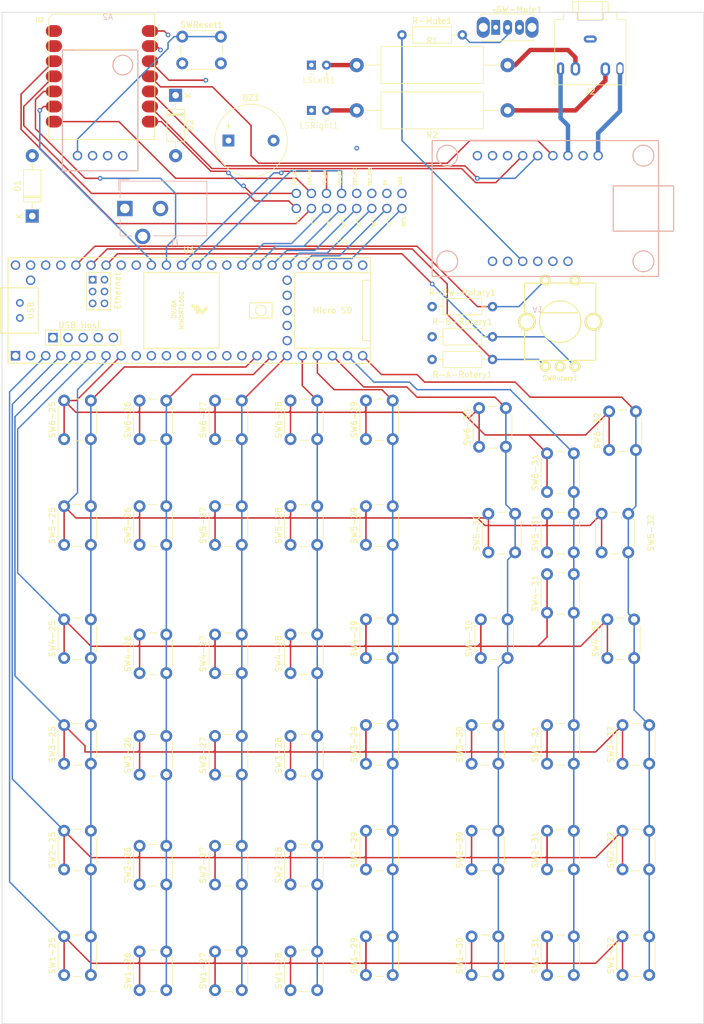
<source format=kicad_pcb>
(kicad_pcb (version 20221018) (generator pcbnew)
  (layers (0 "F.Cu" signal) (1 "In1.Cu" signal) (2 "In2.Cu" signal) (31 "B.Cu" signal) (34 "B.Paste" user) (35 "F.Paste" user) (36 "B.SilkS" user "B.Silkscreen") (37 "F.SilkS" user "F.Silkscreen") (38 "B.Mask" user) (39 "F.Mask" user) (44 "Edge.Cuts" user))
  (net 0 "")
  (net 1 "ESP_3V3")
  (net 3 "GND")
  (net 4 "Net-(A1-WSEL)")
  (net 5 "Net-(A1-DIN)")
  (net 6 "Net-(A1-BCLK)")
  (net 7 "Net-(A1-Lout)")
  (net 8 "Net-(A1-AGND)")
  (net 9 "Net-(A1-Rout)")
  (net 12 "Net-(A1-MUTE)")
  (net 16 "Net-(A2-Vin)")
  (net 17 "5V")
  (net 18 "Net-(A2-En)")
  (net 19 "Net-(BZ1--)")
  (net 20 "Net-(D1-K)")
  (net 21 "Net-(D2-K)")
  (net 22 "Net-(J2-PadTN)")
  (net 23 "Net-(LSLeft1-Pad2)")
  (net 24 "Net-(LSRight1-Pad2)")
  (net 25 "TSY_3V3")
  (net 26 "RotaryA")
  (net 27 "RotaryB")
  (net 28 "Net-(SW-Mute1-B)")
  (net 29 "RotarySW")
  (net 30 "Net-(J2-PadRN)")
  (net 32 "Row1")
  (net 33 "Col25")
  (net 34 "Col26")
  (net 35 "Col27")
  (net 36 "Col28")
  (net 37 "Col29")
  (net 38 "Col30")
  (net 39 "Col31")
  (net 40 "Col32")
  (net 41 "Row2")
  (net 42 "Row3")
  (net 43 "Row4")
  (net 44 "Row5")
  (net 45 "Row6")
  (net 54 "SerialB")
  (net 55 "SerialA")
  (net 64 "TSY_41")
  (net 65 "TSY_40")
  (net 66 "TSY_39")
  (net 67 "TSY_38")
  (net 68 "TSY_37")
  (net 69 "TSY_36")
  (net 70 "ESP_TX")
  (net 71 "ESP_RX")
  (net 75 "Col24")
  (net 91 "ESP_3")
  (net 92 "ESP_4")
  (net 93 "TSY_TX")
  (net 94 "TSY_RX")
  (footprint "Button_Switch_THT:SW_PUSH_6mm_H7.3mm_1" (layer "F.Cu") (at 127.693222 164.781465 90)
    (fp_text reference "SW2-30")
    (fp_text value "SW_Push")
  )
  (footprint "Resistor_THT:R_Axial_DIN0207_L6.3mm_D2.5mm_P10.16mm_Horizontal" (layer "F.Cu") (at 131.213222 75.171465 180)
    (fp_text reference "R-B-Rotary1")
    (fp_text value "2K")
  )
  (footprint "Button_Switch_THT:SW_PUSH_6mm_H7.3mm_1" (layer "F.Cu") (at 140.393222 121.601465 90)
    (fp_text reference "SW4-31")
    (fp_text value "SW_Push")
  )
  (footprint "Button_Switch_THT:SW_PUSH_6mm_H7.3mm_1" (layer "F.Cu") (at 140.393222 147.001465 90)
    (fp_text reference "SW3-31")
    (fp_text value "SW_Push")
  )
  (footprint "Special:Speaker Hole" (layer "F.Cu") (at 103.273222 24.371465)
    (fp_text reference "LSLeft1")
    (fp_text value "8 ohm")
  )
  (footprint "Diode_THT:D_DO-41_SOD81_P10.16mm_Horizontal" (layer "F.Cu") (at 53.743222 54.851465 90)
    (fp_text reference "D1")
    (fp_text value "1N4007")
  )
  (footprint "Button_Switch_THT:SW_PUSH_6mm_H7.3mm_1" (layer "F.Cu") (at 59.113222 110.171465 90)
    (fp_text reference "SW5-25")
    (fp_text value "SW_Push")
  )
  (footprint "Button_Switch_THT:SW_PUSH_6mm_H7.3mm_1" (layer "F.Cu") (at 140.393222 164.781465 90)
    (fp_text reference "SW2-31")
    (fp_text value "SW_Push")
  )
  (footprint "Special:Speaker Hole" (layer "F.Cu") (at 103.273222 31.991465)
    (fp_text reference "LSRight1")
    (fp_text value "8 ohm")
  )
  (footprint "Button_Switch_THT:SW_PUSH_6mm_H7.3mm_1" (layer "F.Cu") (at 84.513222 92.391465 90)
    (fp_text reference "SW6-27")
    (fp_text value "SW_Push")
  )
  (footprint "Buzzer_Beeper:Buzzer_12x9.5RM7.6" (layer "F.Cu") (at 86.773222 42.151465)
    (fp_text reference "BZ1")
    (fp_text value "Buzzer")
  )
  (footprint "Button_Switch_THT:SW_PUSH_6mm_H7.3mm_1" (layer "F.Cu") (at 149.573222 111.441465 90)
    (fp_text reference "SW5-32")
    (fp_text value "SW_Push")
  )
  (footprint "Button_Switch_THT:SW_PUSH_6mm_H7.3mm_1" (layer "F.Cu") (at 84.513222 167.321465 90)
    (fp_text reference "SW2-27")
    (fp_text value "SW_Push")
  )
  (footprint "Button_Switch_THT:SW_PUSH_6mm_H7.3mm_1" (layer "F.Cu") (at 59.113222 164.781465 90)
    (fp_text reference "SW2-25")
    (fp_text value "SW_Push")
  )
  (footprint "Button_Switch_THT:SW_PUSH_6mm_H7.3mm_1" (layer "F.Cu") (at 140.393222 111.441465 90)
    (fp_text reference "SW5-31")
    (fp_text value "SW_Push")
  )
  (footprint "Button_Switch_THT:SW_PUSH_6mm_H7.3mm_1" (layer "F.Cu") (at 97.213222 185.101465 90)
    (fp_text reference "SW1-28")
    (fp_text value "SW_Push")
  )
  (footprint "sparkfun:SF-ROTARY-ENCODER" (layer "F.Cu") (at 142.603222 72.631465)
    (fp_text reference "SWRotary1")
    (fp_text value "RotaryEncoder_Switch" hide)
  )
  (footprint "Special:Custom Output" (layer "F.Cu") (at 105.813222 58.661465 180)
    (fp_text reference "U3")
    (fp_text value "~")
  )
  (footprint "Button_Switch_THT:SW_PUSH_6mm_H7.3mm_1" (layer "F.Cu") (at 109.913222 147.001465 90)
    (fp_text reference "SW3-29")
    (fp_text value "SW_Push")
  )
  (footprint "Button_Switch_THT:SW_PUSH_6mm_H7.3mm_1" (layer "F.Cu") (at 84.513222 185.101465 90)
    (fp_text reference "SW1-27")
    (fp_text value "SW_Push")
  )
  (footprint "Button_Switch_THT:SW_PUSH_6mm_H7.3mm_1" (layer "F.Cu") (at 84.513222 131.761465 90)
    (fp_text reference "SW4-27")
    (fp_text value "SW_Push")
  )
  (footprint "Button_Switch_THT:SW_PUSH_6mm_H7.3mm_1" (layer "F.Cu") (at 71.813222 131.761465 90)
    (fp_text reference "SW4-26")
    (fp_text value "SW_Push")
  )
  (footprint "Button_Switch_THT:SW_PUSH_6mm_H7.3mm_1" (layer "F.Cu") (at 153.093222 182.561465 90)
    (fp_text reference "SW1-32")
    (fp_text value "SW_Push")
  )
  (footprint "Button_Switch_THT:SW_PUSH_6mm_H7.3mm_1" (layer "F.Cu") (at 97.213222 148.831465 90)
    (fp_text reference "SW3-28")
    (fp_text value "SW_Push")
  )
  (footprint "Button_Switch_THT:SW_PUSH_6mm_H7.3mm_1" (layer "F.Cu") (at 109.913222 110.171465 90)
    (fp_text reference "SW5-29")
    (fp_text value "SW_Push")
  )
  (footprint "Button_Switch_THT:SW_PUSH_6mm_H7.3mm_1" (layer "F.Cu") (at 59.113222 92.391465 90)
    (fp_text reference "SW6-25")
    (fp_text value "SW_Push")
  )
  (footprint "Connector_Audio:Jack_3.5mm_CUI_SJ1-3524N_Horizontal" (layer "F.Cu") (at 147.67054 25.073797 180)
    (fp_text reference "J2")
    (fp_text value "AudioJack3_SwitchTR")
    (fp_line (start -2.2 3.5) (end -2.2 4.5) (stroke (width 0.12)) (layer "Edge.Cuts"))
    (fp_line (start -2.2 4.5) (end -6.5 4.5) (stroke (width 0.12)) (layer "Edge.Cuts"))
    (fp_line (start 1.8 3.1) (end -1.8 3.1) (stroke (width 0.12)) (layer "Edge.Cuts"))
    (fp_line (start 2.2 3.5) (end 2.2 4.5) (stroke (width 0.12)) (layer "Edge.Cuts"))
    (fp_line (start 2.2 4.5) (end 6.5 4.5) (stroke (width 0.12)) (layer "Edge.Cuts"))
    (fp_arc (start -2.2 3.5) (mid -2.082842 3.217158) (end -1.8 3.1) (stroke (width 0.12)) (layer "Edge.Cuts"))
    (fp_arc (start 1.8 3.1) (mid 2.082843 3.217157) (end 2.2 3.5) (stroke (width 0.12)) (layer "Edge.Cuts"))
  )
  (footprint "Button_Switch_THT:SW_PUSH_6mm_H7.3mm_1" (layer "F.Cu") (at 109.913222 92.391465 90)
    (fp_text reference "SW6-29")
    (fp_text value "SW_Push")
  )
  (footprint "Button_Switch_THT:SW_PUSH_6mm_H7.3mm_1" (layer "F.Cu") (at 150.843222 94.221465 90)
    (fp_text reference "SW6-32")
    (fp_text value "SW_Push")
  )
  (footprint "Diode_THT:D_DO-41_SOD81_P10.16mm_Horizontal" (layer "F.Cu") (at 77.873222 34.531465 -90)
    (fp_text reference "D2")
    (fp_text value "1N4007")
  )
  (footprint "Button_Switch_THT:SW_PUSH_6mm_H7.3mm_1" (layer "F.Cu") (at 71.813222 167.321465 90)
    (fp_text reference "SW2-26")
    (fp_text value "SW_Push")
  )
  (footprint "XIAO:MOUDLE14P-SMD-2.54-21X17.8MM" (layer "F.Cu") (at 56.557222 41.840715)
    (fp_text reference "U2")
    (fp_text value "MOUDLE-SEEEDUINO-XIAO-ESP32S3")
  )
  (footprint "Button_Switch_THT:SW_PUSH_6mm_H7.3mm_1" (layer "F.Cu") (at 128.963222 93.661465 90)
    (fp_text reference "SW6-30")
    (fp_text value "SW_Push")
  )
  (footprint "Button_Switch_THT:SW_Slide_1P2T_CK_OS102011MS2Q" (layer "F.Cu") (at 131.753222 23.101465)
    (fp_text reference "SW-Mute1")
    (fp_text value "SW_SPDT")
  )
  (footprint "Button_Switch_THT:SW_PUSH_6mm_H7.3mm_1" (layer "F.Cu") (at 129.253222 129.221465 90)
    (fp_text reference "SW4-30")
    (fp_text value "SW_Push")
  )
  (footprint "Button_Switch_THT:SW_PUSH_6mm_H7.3mm_1" (layer "F.Cu") (at 109.913222 129.221465 90)
    (fp_text reference "SW4-29")
    (fp_text value "SW_Push")
  )
  (footprint "Resistor_THT:R_Axial_DIN0617_L17.0mm_D6.0mm_P25.40mm_Horizontal" (layer "F.Cu") (at 108.353222 29.451465)
    (fp_text reference "R1")
    (fp_text value "22 ohm")
  )
  (footprint "Resistor_THT:R_Axial_DIN0207_L6.3mm_D2.5mm_P10.16mm_Horizontal" (layer "F.Cu") (at 121.053222 78.981465)
    (fp_text reference "R-A-Rotary1")
    (fp_text value "2K")
  )
  (footprint "Button_Switch_THT:SW_PUSH_6mm_H7.3mm_1" (layer "F.Cu") (at 97.213222 131.761465 90)
    (fp_text reference "SW4-28")
    (fp_text value "SW_Push")
  )
  (footprint "Button_Switch_THT:SW_PUSH_6mm_H7.3mm_1" (layer "F.Cu") (at 153.093222 164.781465 90)
    (fp_text reference "SW2-32")
    (fp_text value "SW_Push")
  )
  (footprint "Button_Switch_THT:SW_PUSH_6mm_H7.3mm_1" (layer "F.Cu") (at 127.693222 182.561465 90)
    (fp_text reference "SW1-30")
    (fp_text value "SW_Push")
  )
  (footprint "Button_Switch_THT:SW_PUSH_6mm_H7.3mm_1" (layer "F.Cu") (at 59.113222 129.221465 90)
    (fp_text reference "SW4-25")
    (fp_text value "SW_Push")
  )
  (footprint "Button_Switch_THT:SW_PUSH_6mm_H7.3mm_1" (layer "F.Cu") (at 59.113222 182.561465 90)
    (fp_text reference "SW1-25")
    (fp_text value "SW_Push")
  )
  (footprint "Button_Switch_THT:SW_PUSH_6mm_H7.3mm_1" (layer "F.Cu") (at 140.393222 101.281465 90)
    (fp_text reference "SW6-31")
    (fp_text value "SW_Push")
  )
  (footprint "Resistor_THT:R_Axial_DIN0617_L17.0mm_D6.0mm_P25.40mm_Horizontal" (layer "F.Cu") (at 133.753222 37.071465 180)
    (fp_text reference "R2")
    (fp_text value "22 ohm")
  )
  (footprint "Button_Switch_THT:SW_PUSH_6mm_H7.3mm_1" (layer "F.Cu") (at 84.513222 148.831465 90)
    (fp_text reference "SW3-27")
    (fp_text value "SW_Push")
  )
  (footprint "Button_Switch_THT:SW_PUSH_6mm_H7.3mm_1" (layer "F.Cu") (at 153.093222 147.001465 90)
    (fp_text reference "SW3-32")
    (fp_text value "SW_Push")
  )
  (footprint "Button_Switch_THT:SW_PUSH_6mm_H7.3mm_1" (layer "F.Cu") (at 59.113222 147.001465 90)
    (fp_text reference "SW3-25")
    (fp_text value "SW_Push")
  )
  (footprint "Button_Switch_THT:SW_PUSH_6mm_H7.3mm_1" (layer "F.Cu") (at 130.523222 111.441465 90)
    (fp_text reference "SW5-30")
    (fp_text value "SW_Push")
  )
  (footprint "Resistor_THT:R_Axial_DIN0207_L6.3mm_D2.5mm_P10.16mm_Horizontal" (layer "F.Cu") (at 115.973222 24.371465)
    (fp_text reference "R-Mute1")
    (fp_text value "2K")
  )
  (footprint "Button_Switch_THT:SW_PUSH_6mm_H7.3mm_1" (layer "F.Cu") (at 109.913222 182.561465 90)
    (fp_text reference "SW1-29")
    (fp_text value "SW_Push")
  )
  (footprint "Button_Switch_THT:SW_PUSH_6mm_H7.3mm_1" (layer "F.Cu") (at 140.393222 182.561465 90)
    (fp_text reference "SW1-31")
    (fp_text value "SW_Push")
  )
  (footprint "Button_Switch_THT:SW_PUSH_6mm_H7.3mm_1" (layer "F.Cu") (at 71.813222 92.391465 90)
    (fp_text reference "SW6-26")
    (fp_text value "SW_Push")
  )
  (footprint "Button_Switch_THT:SW_PUSH_6mm_H7.3mm_1" (layer "F.Cu") (at 71.813222 148.831465 90)
    (fp_text reference "SW3-26")
    (fp_text value "SW_Push")
  )
  (footprint "Button_Switch_THT:SW_PUSH_6mm_H7.3mm_1" (layer "F.Cu") (at 97.213222 110.171465 90)
    (fp_text reference "SW5-28")
    (fp_text value "SW_Push")
  )
  (footprint "teensy:Teensy41" (layer "F.Cu") (at 80.143222 70.733065)
    (fp_text reference "U1")
    (fp_text value "Teensy4.1")
  )
  (footprint "Button_Switch_THT:SW_PUSH_6mm_H7.3mm_1" (layer "F.Cu") (at 97.213222 92.391465 90)
    (fp_text reference "SW6-28")
    (fp_text value "SW_Push")
  )
  (footprint "Button_Switch_THT:SW_PUSH_6mm_H7.3mm_1" (layer "F.Cu") (at 71.813222 110.171465 90)
    (fp_text reference "SW5-26")
    (fp_text value "SW_Push")
  )
  (footprint "Resistor_THT:R_Axial_DIN0207_L6.3mm_D2.5mm_P10.16mm_Horizontal" (layer "F.Cu") (at 121.053222 70.091465)
    (fp_text reference "R-SW-Rotary1")
    (fp_text value "2K")
  )
  (footprint "Button_Switch_THT:SW_PUSH_6mm_H7.3mm_1" (layer "F.Cu") (at 97.213222 167.321465 90)
    (fp_text reference "SW2-28")
    (fp_text value "SW_Push")
  )
  (footprint "Button_Switch_THT:SW_PUSH_6mm_H7.3mm_1" (layer "F.Cu") (at 109.913222 164.781465 90)
    (fp_text reference "SW2-29")
    (fp_text value "SW_Push")
  )
  (footprint "Button_Switch_THT:SW_PUSH_6mm_H7.3mm_1" (layer "F.Cu") (at 78.993222 24.661465)
    (fp_text reference "SWReset1")
    (fp_text value "SW_Push")
  )
  (footprint "Button_Switch_THT:SW_PUSH_6mm_H7.3mm_1" (layer "F.Cu") (at 84.513222 110.171465 90)
    (fp_text reference "SW5-27")
    (fp_text value "SW_Push")
  )
  (footprint "Button_Switch_THT:SW_PUSH_6mm_H7.3mm_1" (layer "F.Cu") (at 127.693222 147.001465 90)
    (fp_text reference "SW3-30")
    (fp_text value "SW_Push")
  )
  (footprint "Button_Switch_THT:SW_PUSH_6mm_H7.3mm_1" (layer "F.Cu") (at 150.553222 129.221465 90)
    (fp_text reference "SW4-32")
    (fp_text value "SW_Push")
  )
  (footprint "Button_Switch_THT:SW_PUSH_6mm_H7.3mm_1" (layer "F.Cu") (at 71.813222 185.101465 90)
    (fp_text reference "SW1-26")
    (fp_text value "SW_Push")
  )
  (footprint "Special:Adafruit UDA1334A I2S Stereo DAC" (layer "B.Cu") (at 138.833222 70.091465)
    (fp_text reference "A1")
    (fp_text value "~")
  )
  (footprint "Connector_BarrelJack:BarrelJack_CUI_PJ-102AH_Horizontal" (layer "B.Cu") (at 69.333222 53.581465 -90)
    (fp_text reference "J1")
    (fp_text value "Battery_Barrel_Jack")
  )
  (footprint "Special:Adafruit MiniBost" (layer "B.Cu") (at 66.443222 21.831465 180)
    (fp_text reference "A2")
    (fp_text value "~")
  )
  (gr_rect (start 48.663222 20.561465) (end 166.773222 190.741465) (stroke (width 0.1)) (fill none) (layer "Edge.Cuts"))
  (gr_text "ESP_TX" (at 100.733222 49.771465 90) (layer "F.SilkS") (effects (font (size 0.5 0.5) (thickness 0.125)) (justify left bottom)))
  (gr_text "TSY_TX" (at 105.813222 49.771465 90) (layer "F.SilkS") (effects (font (size 0.5 0.5) (thickness 0.125)) (justify left bottom)))
  (gr_text "5V" (at 113.433222 49.771465 90) (layer "F.SilkS") (effects (font (size 0.5 0.5) (thickness 0.125)) (justify left bottom)))
  (gr_text "T_39\n" (at 108.353222 54.851465 270) (layer "F.SilkS") (effects (font (size 0.5 0.5) (thickness 0.125)) (justify left bottom)))
  (gr_text "T_36" (at 115.973222 54.851465 270) (layer "F.SilkS") (effects (font (size 0.5 0.5) (thickness 0.125)) (justify left bottom)))
  (gr_text "GND" (at 115.973222 49.771465 90) (layer "F.SilkS") (effects (font (size 0.5 0.5) (thickness 0.125)) (justify left bottom)))
  (gr_text "T_40" (at 105.813222 54.851465 -90) (layer "F.SilkS") (effects (font (size 0.5 0.5) (thickness 0.125)) (justify left bottom)))
  (gr_text "E_3" (at 100.733222 54.851465 -90) (layer "F.SilkS") (effects (font (size 0.5 0.5) (thickness 0.125)) (justify left bottom)))
  (gr_text "T_37" (at 113.433222 54.851465 270) (layer "F.SilkS") (effects (font (size 0.5 0.5) (thickness 0.125)) (justify left bottom)))
  (gr_text "T_41" (at 103.273222 54.851465 270) (layer "F.SilkS") (effects (font (size 0.5 0.5) (thickness 0.125)) (justify left bottom)))
  (gr_text "ESP_3V3" (at 108.353222 49.771465 90) (layer "F.SilkS") (effects (font (size 0.5 0.5) (thickness 0.125)) (justify left bottom)))
  (gr_text "T_38\n" (at 110.893222 54.851465 270) (layer "F.SilkS") (effects (font (size 0.5 0.5) (thickness 0.125)) (justify left bottom)))
  (gr_text "TSY_RX" (at 103.273222 49.771465 90) (layer "F.SilkS") (effects (font (size 0.5 0.5) (thickness 0.125)) (justify left bottom)))
  (gr_text "E_4" (at 98.193222 54.851465 -90) (layer "F.SilkS") (effects (font (size 0.5 0.5) (thickness 0.125)) (justify left bottom)))
  (gr_text "TSY_3V3" (at 110.893222 49.771465 90) (layer "F.SilkS") (effects (font (size 0.5 0.5) (thickness 0.125)) (justify left bottom)))
  (gr_text "ESP_RX" (at 98.193222 49.771465 90) (layer "F.SilkS") (effects (font (size 0.5 0.5) (thickness 0.125)) (justify left bottom)))
  (segment (start 76.747972 31.991465) (end 73.557222 28.800715) (width 0.25) (layer "F.Cu") (net 1))
  (segment (start 82.953222 31.991465) (end 76.747972 31.991465) (width 0.25) (layer "F.Cu") (net 1))
  (via (at 82.953222 31.991465) (size 0.8) (drill 0.4) (layers "F.Cu" "B.Cu") (net 1))
  (via (at 108.353222 43.421465) (size 0.8) (drill 0.4) (layers "F.Cu" "B.Cu") (net 1))
  (segment (start 74.682472 26.260715) (end 75.333222 26.911465) (width 0.25) (layer "F.Cu") (net 3))
  (segment (start 73.557222 26.260715) (end 74.682472 26.260715) (width 0.25) (layer "F.Cu") (net 3))
  (via (at 75.333222 26.911465) (size 0.8) (drill 0.4) (layers "F.Cu" "B.Cu") (net 3))
  (segment (start 128.372917 49.226465) (end 131.758222 49.226465) (width 0.25) (layer "F.Cu") (net 4))
  (segment (start 73.557222 36.420715) (end 83.997972 46.861465) (width 0.25) (layer "F.Cu") (net 4))
  (segment (start 83.997972 46.861465) (end 126.007917 46.861465) (width 0.25) (layer "F.Cu") (net 4))
  (segment (start 126.007917 46.861465) (end 128.372917 49.226465) (width 0.25) (layer "F.Cu") (net 4))
  (segment (start 131.758222 49.226465) (end 136.293222 44.691465) (width 0.25) (layer "F.Cu") (net 4))
  (segment (start 86.087972 46.411465) (end 126.583222 46.411465) (width 0.25) (layer "F.Cu") (net 5))
  (segment (start 126.583222 46.411465) (end 128.673222 48.501465) (width 0.25) (layer "F.Cu") (net 5))
  (segment (start 73.557222 33.880715) (end 86.087972 46.411465) (width 0.25) (layer "F.Cu") (net 5))
  (via (at 128.673222 48.501465) (size 0.8) (drill 0.4) (layers "F.Cu" "B.Cu") (net 5))
  (segment (start 128.673222 48.501465) (end 135.023222 48.501465) (width 0.25) (layer "B.Cu") (net 5))
  (segment (start 135.023222 48.501465) (end 138.833222 44.691465) (width 0.25) (layer "B.Cu") (net 5))
  (segment (start 123.593222 45.961465) (end 127.403222 42.151465) (width 0.25) (layer "F.Cu") (net 6))
  (segment (start 138.833222 42.151465) (end 141.373222 44.691465) (width 0.25) (layer "F.Cu") (net 6))
  (segment (start 75.322972 33.106465) (end 84.068222 33.106465) (width 0.25) (layer "F.Cu") (net 6))
  (segment (start 90.573222 44.691465) (end 91.843222 45.961465) (width 0.25) (layer "F.Cu") (net 6))
  (segment (start 73.557222 31.340715) (end 75.322972 33.106465) (width 0.25) (layer "F.Cu") (net 6))
  (segment (start 84.068222 33.106465) (end 90.573222 39.611465) (width 0.25) (layer "F.Cu") (net 6))
  (segment (start 91.843222 45.961465) (end 123.593222 45.961465) (width 0.25) (layer "F.Cu") (net 6))
  (segment (start 127.403222 42.151465) (end 138.833222 42.151465) (width 0.25) (layer "F.Cu") (net 6))
  (segment (start 90.573222 39.611465) (end 90.573222 44.691465) (width 0.25) (layer "F.Cu") (net 6))
  (segment (start 142.643222 38.341465) (end 142.67054 38.314147) (width 0.25) (layer "B.Cu") (net 7))
  (segment (start 143.913222 44.691465) (end 143.913222 39.611465) (width 0.75) (layer "B.Cu") (net 7))
  (segment (start 143.913222 39.611465) (end 142.643222 38.341465) (width 0.75) (layer "B.Cu") (net 7))
  (segment (start 142.67054 38.314147) (end 142.67054 30.073797) (width 0.75) (layer "B.Cu") (net 7))
  (segment (start 152.67054 37.204147) (end 152.67054 30.073797) (width 0.75) (layer "B.Cu") (net 9))
  (segment (start 148.993222 40.881465) (end 152.67054 37.204147) (width 0.75) (layer "B.Cu") (net 9))
  (segment (start 148.993222 44.691465) (end 148.993222 40.881465) (width 0.75) (layer "B.Cu") (net 9))
  (segment (start 115.973222 24.371465) (end 115.973222 42.151465) (width 0.25) (layer "B.Cu") (net 12))
  (segment (start 115.973222 42.151465) (end 136.293222 62.471465) (width 0.25) (layer "B.Cu") (net 12))
  (segment (start 78.993222 24.661465) (end 85.493222 24.661465) (width 0.25) (layer "B.Cu") (net 18))
  (segment (start 77.618222 24.661465) (end 76.603222 25.676465) (width 0.25) (layer "B.Cu") (net 18))
  (segment (start 78.993222 24.661465) (end 77.618222 24.661465) (width 0.25) (layer "B.Cu") (net 18))
  (segment (start 61.363222 41.90677) (end 61.363222 44.691465) (width 0.25) (layer "B.Cu") (net 18))
  (segment (start 76.603222 26.66677) (end 61.363222 41.90677) (width 0.25) (layer "B.Cu") (net 18))
  (segment (start 76.603222 25.676465) (end 76.603222 26.66677) (width 0.25) (layer "B.Cu") (net 18))
  (segment (start 76.603222 24.371465) (end 75.952472 23.720715) (width 0.25) (layer "F.Cu") (net 21))
  (segment (start 75.952472 23.720715) (end 73.557222 23.720715) (width 0.25) (layer "F.Cu") (net 21))
  (via (at 76.603222 24.371465) (size 0.8) (drill 0.4) (layers "F.Cu" "B.Cu") (net 21))
  (segment (start 145.17054 28.168783) (end 143.913222 26.911465) (width 0.75) (layer "F.Cu") (net 22))
  (segment (start 145.17054 30.073797) (end 145.17054 28.168783) (width 0.75) (layer "F.Cu") (net 22))
  (segment (start 135.023222 29.451465) (end 133.753222 29.451465) (width 0.75) (layer "F.Cu") (net 22))
  (segment (start 137.563222 26.911465) (end 135.023222 29.451465) (width 0.75) (layer "F.Cu") (net 22))
  (segment (start 143.913222 26.911465) (end 137.563222 26.911465) (width 0.75) (layer "F.Cu") (net 22))
  (segment (start 108.353222 29.451465) (end 103.273222 29.451465) (width 0.75) (layer "F.Cu") (net 23))
  (segment (start 108.353222 37.071465) (end 103.273222 37.071465) (width 0.75) (layer "F.Cu") (net 24))
  (segment (start 123.593222 66.281465) (end 123.593222 71.361465) (width 0.25) (layer "F.Cu") (net 26))
  (segment (start 66.364822 60.381465) (end 117.693222 60.381465) (width 0.25) (layer "F.Cu") (net 26))
  (segment (start 123.593222 71.361465) (end 131.213222 78.981465) (width 0.25) (layer "F.Cu") (net 26))
  (segment (start 63.633222 63.113065) (end 66.364822 60.381465) (width 0.25) (layer "F.Cu") (net 26))
  (segment (start 117.693222 60.381465) (end 123.593222 66.281465) (width 0.25) (layer "F.Cu") (net 26))
  (segment (start 131.213222 78.981465) (end 138.953222 78.981465) (width 0.25) (layer "B.Cu") (net 26))
  (segment (start 138.953222 78.981465) (end 140.103222 80.131465) (width 0.25) (layer "B.Cu") (net 26))
  (segment (start 115.973222 61.201465) (end 121.053222 66.281465) (width 0.25) (layer "F.Cu") (net 27))
  (segment (start 70.253222 61.201465) (end 115.973222 61.201465) (width 0.25) (layer "F.Cu") (net 27))
  (segment (start 66.173222 63.113065) (end 68.084822 61.201465) (width 0.25) (layer "F.Cu") (net 27))
  (segment (start 68.084822 61.201465) (end 70.253222 61.201465) (width 0.25) (layer "F.Cu") (net 27))
  (via (at 121.053222 66.281465) (size 0.8) (drill 0.4) (layers "F.Cu" "B.Cu") (net 27))
  (segment (start 145.103222 80.131465) (end 140.143222 75.171465) (width 0.25) (layer "B.Cu") (net 27))
  (segment (start 129.943222 75.171465) (end 131.213222 75.171465) (width 0.25) (layer "B.Cu") (net 27))
  (segment (start 121.053222 66.281465) (end 129.943222 75.171465) (width 0.25) (layer "B.Cu") (net 27))
  (segment (start 140.143222 75.171465) (end 131.213222 75.171465) (width 0.25) (layer "B.Cu") (net 27))
  (segment (start 132.459413 25.641465) (end 127.403222 25.641465) (width 0.25) (layer "B.Cu") (net 28))
  (segment (start 133.753222 23.101465) (end 133.753222 24.347656) (width 0.25) (layer "B.Cu") (net 28))
  (segment (start 127.403222 25.641465) (end 126.133222 24.371465) (width 0.25) (layer "B.Cu") (net 28))
  (segment (start 133.753222 24.347656) (end 132.459413 25.641465) (width 0.25) (layer "B.Cu") (net 28))
  (segment (start 128.673222 70.091465) (end 131.213222 70.091465) (width 0.25) (layer "F.Cu") (net 29))
  (segment (start 61.093222 63.113065) (end 64.274822 59.931465) (width 0.25) (layer "F.Cu") (net 29))
  (segment (start 64.274822 59.931465) (end 118.513222 59.931465) (width 0.25) (layer "F.Cu") (net 29))
  (segment (start 118.513222 59.931465) (end 128.673222 70.091465) (width 0.25) (layer "F.Cu") (net 29))
  (segment (start 135.643222 70.091465) (end 140.103222 65.631465) (width 0.25) (layer "B.Cu") (net 29))
  (segment (start 131.213222 70.091465) (end 135.643222 70.091465) (width 0.25) (layer "B.Cu") (net 29))
  (segment (start 150.21054 32.044147) (end 145.183222 37.071465) (width 0.75) (layer "F.Cu") (net 30))
  (segment (start 145.183222 37.071465) (end 133.753222 37.071465) (width 0.75) (layer "F.Cu") (net 30))
  (segment (start 150.21054 30.153797) (end 150.21054 32.044147) (width 0.75) (layer "F.Cu") (net 30))
  (segment (start 140.393222 180.291465) (end 140.103222 180.581465) (width 0.25) (layer "F.Cu") (net 32))
  (segment (start 140.393222 176.061465) (end 140.393222 182.561465) (width 0.25) (layer "F.Cu") (net 32))
  (segment (start 96.923222 180.581465) (end 109.623222 180.581465) (width 0.25) (layer "F.Cu") (net 32))
  (segment (start 140.103222 180.581465) (end 148.573222 180.581465) (width 0.25) (layer "F.Cu") (net 32))
  (segment (start 84.513222 178.601465) (end 84.513222 180.291465) (width 0.25) (layer "F.Cu") (net 32))
  (segment (start 97.213222 178.601465) (end 97.213222 185.101465) (width 0.25) (layer "F.Cu") (net 32))
  (segment (start 109.913222 176.061465) (end 109.913222 182.561465) (width 0.25) (layer "F.Cu") (net 32))
  (segment (start 127.693222 176.061465) (end 127.693222 180.291465) (width 0.25) (layer "F.Cu") (net 32))
  (segment (start 127.403222 180.581465) (end 140.103222 180.581465) (width 0.25) (layer "F.Cu") (net 32))
  (segment (start 153.093222 176.061465) (end 153.093222 182.561465) (width 0.25) (layer "F.Cu") (net 32))
  (segment (start 71.813222 180.291465) (end 71.523222 180.581465) (width 0.25) (layer "F.Cu") (net 32))
  (segment (start 84.223222 180.581465) (end 96.923222 180.581465) (width 0.25) (layer "F.Cu") (net 32))
  (segment (start 71.813222 178.601465) (end 71.813222 180.291465) (width 0.25) (layer "F.Cu") (net 32))
  (segment (start 59.113222 176.061465) (end 63.633222 180.581465) (width 0.25) (layer "F.Cu") (net 32))
  (segment (start 97.213222 178.601465) (end 97.213222 180.291465) (width 0.25) (layer "F.Cu") (net 32))
  (segment (start 140.393222 176.061465) (end 140.393222 180.291465) (width 0.25) (layer "F.Cu") (net 32))
  (segment (start 84.513222 178.601465) (end 84.513222 185.101465) (width 0.25) (layer "F.Cu") (net 32))
  (segment (start 63.633222 180.581465) (end 71.523222 180.581465) (width 0.25) (layer "F.Cu") (net 32))
  (segment (start 127.693222 180.291465) (end 127.403222 180.581465) (width 0.25) (layer "F.Cu") (net 32))
  (segment (start 71.813222 178.601465) (end 71.813222 185.101465) (width 0.25) (layer "F.Cu") (net 32))
  (segment (start 109.913222 180.291465) (end 109.623222 180.581465) (width 0.25) (layer "F.Cu") (net 32))
  (segment (start 97.213222 180.291465) (end 96.923222 180.581465) (width 0.25) (layer "F.Cu") (net 32))
  (segment (start 109.623222 180.581465) (end 127.403222 180.581465) (width 0.25) (layer "F.Cu") (net 32))
  (segment (start 71.523222 180.581465) (end 84.223222 180.581465) (width 0.25) (layer "F.Cu") (net 32))
  (segment (start 109.913222 176.061465) (end 109.913222 180.291465) (width 0.25) (layer "F.Cu") (net 32))
  (segment (start 84.513222 180.291465) (end 84.223222 180.581465) (width 0.25) (layer "F.Cu") (net 32))
  (segment (start 148.573222 180.581465) (end 153.093222 176.061465) (width 0.25) (layer "F.Cu") (net 32))
  (segment (start 127.693222 176.061465) (end 127.693222 182.561465) (width 0.25) (layer "F.Cu") (net 32))
  (segment (start 59.113222 176.061465) (end 59.113222 182.561465) (width 0.25) (layer "F.Cu") (net 32))
  (segment (start 49.933222 166.881465) (end 49.933222 84.433065) (width 0.25) (layer "B.Cu") (net 32))
  (segment (start 59.113222 176.061465) (end 49.933222 166.881465) (width 0.25) (layer "B.Cu") (net 32))
  (segment (start 49.933222 84.433065) (end 56.013222 78.353065) (width 0.25) (layer "B.Cu") (net 32))
  (segment (start 69.253222 80.251465) (end 63.613222 85.891465) (width 0.25) (layer "F.Cu") (net 33))
  (segment (start 91.573222 78.353065) (end 89.674822 80.251465) (width 0.25) (layer "F.Cu") (net 33))
  (segment (start 89.674822 80.251465) (end 69.253222 80.251465) (width 0.25) (layer "F.Cu") (net 33))
  (segment (start 63.613222 164.781465) (end 63.613222 176.061465) (width 0.25) (layer "B.Cu") (net 33))
  (segment (start 63.613222 103.671465) (end 63.613222 110.171465) (width 0.25) (layer "B.Cu") (net 33))
  (segment (start 63.613222 129.221465) (end 63.613222 140.501465) (width 0.25) (layer "B.Cu") (net 33))
  (segment (start 63.613222 176.061465) (end 63.613222 182.561465) (width 0.25) (layer "B.Cu") (net 33))
  (segment (start 63.613222 158.281465) (end 63.613222 164.781465) (width 0.25) (layer "B.Cu") (net 33))
  (segment (start 63.613222 147.001465) (end 63.613222 158.281465) (width 0.25) (layer "B.Cu") (net 33))
  (segment (start 63.613222 122.721465) (end 63.613222 110.171465) (width 0.25) (layer "B.Cu") (net 33))
  (segment (start 63.613222 140.501465) (end 63.613222 147.001465) (width 0.25) (layer "B.Cu") (net 33))
  (segment (start 63.613222 92.391465) (end 63.613222 103.671465) (width 0.25) (layer "B.Cu") (net 33))
  (segment (start 63.613222 92.391465) (end 63.613222 85.891465) (width 0.25) (layer "B.Cu") (net 33))
  (segment (start 63.613222 122.721465) (end 63.613222 129.221465) (width 0.25) (layer "B.Cu") (net 33))
  (segment (start 80.683222 81.521465) (end 76.313222 85.891465) (width 0.25) (layer "F.Cu") (net 34))
  (segment (start 94.113222 78.353065) (end 90.944822 81.521465) (width 0.25) (layer "F.Cu") (net 34))
  (segment (start 90.944822 81.521465) (end 80.683222 81.521465) (width 0.25) (layer "F.Cu") (net 34))
  (segment (start 76.313222 160.821465) (end 76.313222 167.321465) (width 0.25) (layer "B.Cu") (net 34))
  (segment (start 76.313222 110.171465) (end 76.313222 125.261465) (width 0.25) (layer "B.Cu") (net 34))
  (segment (start 76.313222 85.891465) (end 76.313222 92.391465) (width 0.25) (layer "B.Cu") (net 34))
  (segment (start 76.313222 167.321465) (end 76.313222 178.601465) (width 0.25) (layer "B.Cu") (net 34))
  (segment (start 76.313222 148.831465) (end 76.313222 160.821465) (width 0.25) (layer "B.Cu") (net 34))
  (segment (start 76.313222 131.761465) (end 76.313222 142.331465) (width 0.25) (layer "B.Cu") (net 34))
  (segment (start 76.313222 92.391465) (end 76.313222 103.671465) (width 0.25) (layer "B.Cu") (net 34))
  (segment (start 76.313222 103.671465) (end 76.313222 110.171465) (width 0.25) (layer "B.Cu") (net 34))
  (segment (start 76.313222 142.331465) (end 76.313222 148.831465) (width 0.25) (layer "B.Cu") (net 34))
  (segment (start 76.313222 178.601465) (end 76.313222 185.101465) (width 0.25) (layer "B.Cu") (net 34))
  (segment (start 76.313222 125.261465) (end 76.313222 131.761465) (width 0.25) (layer "B.Cu") (net 34))
  (segment (start 89.114822 85.891465) (end 89.013222 85.891465) (width 0.25) (layer "F.Cu") (net 35))
  (segment (start 96.653222 78.353065) (end 89.114822 85.891465) (width 0.25) (layer "F.Cu") (net 35))
  (segment (start 89.013222 185.101465) (end 89.013222 178.601465) (width 0.25) (layer "B.Cu") (net 35))
  (segment (start 89.013222 103.671465) (end 89.013222 92.391465) (width 0.25) (layer "B.Cu") (net 35))
  (segment (start 89.013222 148.831465) (end 89.013222 142.331465) (width 0.25) (layer "B.Cu") (net 35))
  (segment (start 89.013222 92.391465) (end 89.013222 85.891465) (width 0.25) (layer "B.Cu") (net 35))
  (segment (start 89.013222 160.821465) (end 89.013222 148.831465) (width 0.25) (layer "B.Cu") (net 35))
  (segment (start 89.013222 178.601465) (end 89.013222 167.321465) (width 0.25) (layer "B.Cu") (net 35))
  (segment (start 89.013222 142.331465) (end 89.013222 131.761465) (width 0.25) (layer "B.Cu") (net 35))
  (segment (start 89.013222 125.261465) (end 89.013222 110.171465) (width 0.25) (layer "B.Cu") (net 35))
  (segment (start 89.013222 167.321465) (end 89.013222 160.821465) (width 0.25) (layer "B.Cu") (net 35))
  (segment (start 89.013222 131.761465) (end 89.013222 125.261465) (width 0.25) (layer "B.Cu") (net 35))
  (segment (start 89.013222 110.171465) (end 89.013222 103.671465) (width 0.25) (layer "B.Cu") (net 35))
  (segment (start 99.193222 83.371465) (end 101.713222 85.891465) (width 0.25) (layer "F.Cu") (net 36))
  (segment (start 99.193222 78.353065) (end 99.193222 83.371465) (width 0.25) (layer "F.Cu") (net 36))
  (segment (start 101.713222 103.671465) (end 101.713222 110.171465) (width 0.25) (layer "B.Cu") (net 36))
  (segment (start 101.713222 160.821465) (end 101.713222 167.321465) (width 0.25) (layer "B.Cu") (net 36))
  (segment (start 101.713222 92.391465) (end 101.713222 103.671465) (width 0.25) (layer "B.Cu") (net 36))
  (segment (start 101.713222 110.171465) (end 101.713222 125.261465) (width 0.25) (layer "B.Cu") (net 36))
  (segment (start 101.713222 131.761465) (end 101.713222 142.331465) (width 0.25) (layer "B.Cu") (net 36))
  (segment (start 101.713222 85.891465) (end 101.713222 92.391465) (width 0.25) (layer "B.Cu") (net 36))
  (segment (start 101.713222 125.261465) (end 101.713222 131.761465) (width 0.25) (layer "B.Cu") (net 36))
  (segment (start 101.713222 167.321465) (end 101.713222 178.601465) (width 0.25) (layer "B.Cu") (net 36))
  (segment (start 101.713222 148.831465) (end 101.713222 160.821465) (width 0.25) (layer "B.Cu") (net 36))
  (segment (start 101.713222 142.331465) (end 101.713222 148.831465) (width 0.25) (layer "B.Cu") (net 36))
  (segment (start 101.713222 178.601465) (end 101.713222 185.101465) (width 0.25) (layer "B.Cu") (net 36))
  (segment (start 112.583222 84.061465) (end 114.413222 85.891465) (width 0.25) (layer "F.Cu") (net 37))
  (segment (start 101.733222 78.353065) (end 101.733222 81.251465) (width 0.25) (layer "F.Cu") (net 37))
  (segment (start 101.733222 81.251465) (end 104.543222 84.061465) (width 0.25) (layer "F.Cu") (net 37))
  (segment (start 104.543222 84.061465) (end 112.583222 84.061465) (width 0.25) (layer "F.Cu") (net 37))
  (segment (start 114.413222 182.561465) (end 114.413222 176.061465) (width 0.25) (layer "B.Cu") (net 37))
  (segment (start 114.413222 103.671465) (end 114.413222 92.391465) (width 0.25) (layer "B.Cu") (net 37))
  (segment (start 114.413222 164.781465) (end 114.413222 158.281465) (width 0.25) (layer "B.Cu") (net 37))
  (segment (start 114.413222 129.221465) (end 114.413222 122.721465) (width 0.25) (layer "B.Cu") (net 37))
  (segment (start 114.413222 147.001465) (end 114.413222 140.501465) (width 0.25) (layer "B.Cu") (net 37))
  (segment (start 114.413222 92.391465) (end 114.413222 85.891465) (width 0.25) (layer "B.Cu") (net 37))
  (segment (start 114.413222 110.171465) (end 114.413222 103.671465) (width 0.25) (layer "B.Cu") (net 37))
  (segment (start 114.413222 122.721465) (end 114.413222 110.171465) (width 0.25) (layer "B.Cu") (net 37))
  (segment (start 114.413222 176.061465) (end 114.413222 164.781465) (width 0.25) (layer "B.Cu") (net 37))
  (segment (start 114.413222 140.501465) (end 114.413222 129.221465) (width 0.25) (layer "B.Cu") (net 37))
  (segment (start 114.413222 158.281465) (end 114.413222 147.001465) (width 0.25) (layer "B.Cu") (net 37))
  (segment (start 118.513222 85.331465) (end 131.633222 85.331465) (width 0.25) (layer "F.Cu") (net 38))
  (segment (start 104.273222 78.353065) (end 109.531622 83.611465) (width 0.25) (layer "F.Cu") (net 38))
  (segment (start 116.793222 83.611465) (end 118.513222 85.331465) (width 0.25) (layer "F.Cu") (net 38))
  (segment (start 109.531622 83.611465) (end 116.793222 83.611465) (width 0.25) (layer "F.Cu") (net 38))
  (segment (start 131.633222 85.331465) (end 133.463222 87.161465) (width 0.25) (layer "F.Cu") (net 38))
  (segment (start 133.463222 93.661465) (end 133.463222 103.381465) (width 0.25) (layer "B.Cu") (net 38))
  (segment (start 132.193222 140.501465) (end 132.193222 147.001465) (width 0.25) (layer "B.Cu") (net 38))
  (segment (start 132.193222 176.061465) (end 132.193222 182.561465) (width 0.25) (layer "B.Cu") (net 38))
  (segment (start 133.753222 129.221465) (end 132.193222 130.781465) (width 0.25) (layer "B.Cu") (net 38))
  (segment (start 133.463222 103.381465) (end 135.023222 104.941465) (width 0.25) (layer "B.Cu") (net 38))
  (segment (start 133.753222 122.721465) (end 133.753222 129.221465) (width 0.25) (layer "B.Cu") (net 38))
  (segment (start 132.193222 130.781465) (end 132.193222 140.501465) (width 0.25) (layer "B.Cu") (net 38))
  (segment (start 135.023222 104.941465) (end 135.023222 111.441465) (width 0.25) (layer "B.Cu") (net 38))
  (segment (start 133.463222 87.161465) (end 133.463222 93.661465) (width 0.25) (layer "B.Cu") (net 38))
  (segment (start 132.193222 158.281465) (end 132.193222 164.781465) (width 0.25) (layer "B.Cu") (net 38))
  (segment (start 135.023222 111.441465) (end 133.753222 112.711465) (width 0.25) (layer "B.Cu") (net 38))
  (segment (start 132.193222 164.781465) (end 132.193222 176.061465) (width 0.25) (layer "B.Cu") (net 38))
  (segment (start 133.753222 112.711465) (end 133.753222 122.721465) (width 0.25) (layer "B.Cu") (net 38))
  (segment (start 132.193222 147.001465) (end 132.193222 158.281465) (width 0.25) (layer "B.Cu") (net 38))
  (segment (start 144.893222 158.281465) (end 144.893222 147.001465) (width 0.25) (layer "B.Cu") (net 39))
  (segment (start 144.893222 182.561465) (end 144.893222 176.061465) (width 0.25) (layer "B.Cu") (net 39))
  (segment (start 117.243222 82.791465) (end 118.513222 84.061465) (width 0.25) (layer "B.Cu") (net 39))
  (segment (start 144.893222 176.061465) (end 144.893222 164.781465) (width 0.25) (layer "B.Cu") (net 39))
  (segment (start 144.893222 140.501465) (end 144.893222 121.601465) (width 0.25) (layer "B.Cu") (net 39))
  (segment (start 144.893222 164.781465) (end 144.893222 158.281465) (width 0.25) (layer "B.Cu") (net 39))
  (segment (start 144.893222 147.001465) (end 144.893222 140.501465) (width 0.25) (layer "B.Cu") (net 39))
  (segment (start 144.893222 101.281465) (end 144.893222 94.781465) (width 0.25) (layer "B.Cu") (net 39))
  (segment (start 144.893222 111.441465) (end 144.893222 104.941465) (width 0.25) (layer "B.Cu") (net 39))
  (segment (start 111.251622 82.791465) (end 117.243222 82.791465) (width 0.25) (layer "B.Cu") (net 39))
  (segment (start 144.893222 115.101465) (end 144.893222 111.441465) (width 0.25) (layer "B.Cu") (net 39))
  (segment (start 118.513222 84.061465) (end 134.173222 84.061465) (width 0.25) (layer "B.Cu") (net 39))
  (segment (start 106.813222 78.353065) (end 111.251622 82.791465) (width 0.25) (layer "B.Cu") (net 39))
  (segment (start 134.173222 84.061465) (end 144.893222 94.781465) (width 0.25) (layer "B.Cu") (net 39))
  (segment (start 144.893222 121.601465) (end 144.893222 115.101465) (width 0.25) (layer "B.Cu") (net 39))
  (segment (start 144.893222 104.941465) (end 144.893222 101.281465) (width 0.25) (layer "B.Cu") (net 39))
  (segment (start 118.513222 81.521465) (end 119.783222 82.791465) (width 0.25) (layer "F.Cu") (net 40))
  (segment (start 112.521622 81.521465) (end 118.513222 81.521465) (width 0.25) (layer "F.Cu") (net 40))
  (segment (start 119.783222 82.791465) (end 135.023222 82.791465) (width 0.25) (layer "F.Cu") (net 40))
  (segment (start 135.023222 82.791465) (end 137.563222 85.331465) (width 0.25) (layer "F.Cu") (net 40))
  (segment (start 109.353222 78.353065) (end 112.521622 81.521465) (width 0.25) (layer "F.Cu") (net 40))
  (segment (start 137.563222 85.331465) (end 152.953222 85.331465) (width 0.25) (layer "F.Cu") (net 40))
  (segment (start 152.953222 85.331465) (end 155.343222 87.721465) (width 0.25) (layer "F.Cu") (net 40))
  (segment (start 157.593222 176.061465) (end 157.593222 182.561465) (width 0.25) (layer "B.Cu") (net 40))
  (segment (start 157.593222 140.501465) (end 157.593222 147.001465) (width 0.25) (layer "B.Cu") (net 40))
  (segment (start 157.593222 164.781465) (end 157.593222 176.061465) (width 0.25) (layer "B.Cu") (net 40))
  (segment (start 155.053222 122.721465) (end 155.053222 129.221465) (width 0.25) (layer "B.Cu") (net 40))
  (segment (start 154.073222 121.741465) (end 155.053222 122.721465) (width 0.25) (layer "B.Cu") (net 40))
  (segment (start 155.053222 137.961465) (end 157.593222 140.501465) (width 0.25) (layer "B.Cu") (net 40))
  (segment (start 155.053222 129.221465) (end 155.053222 137.961465) (width 0.25) (layer "B.Cu") (net 40))
  (segment (start 157.593222 158.281465) (end 157.593222 164.781465) (width 0.25) (layer "B.Cu") (net 40))
  (segment (start 154.073222 104.941465) (end 154.073222 111.441465) (width 0.25) (layer "B.Cu") (net 40))
  (segment (start 157.593222 147.001465) (end 157.593222 158.281465) (width 0.25) (layer "B.Cu") (net 40))
  (segment (start 155.343222 94.221465) (end 155.343222 103.671465) (width 0.25) (layer "B.Cu") (net 40))
  (segment (start 155.343222 103.671465) (end 154.073222 104.941465) (width 0.25) (layer "B.Cu") (net 40))
  (segment (start 154.073222 111.441465) (end 154.073222 121.741465) (width 0.25) (layer "B.Cu") (net 40))
  (segment (start 155.343222 87.721465) (end 155.343222 94.221465) (width 0.25) (layer "B.Cu") (net 40))
  (segment (start 140.393222 158.281465) (end 140.393222 164.781465) (width 0.25) (layer "F.Cu") (net 41))
  (segment (start 127.403222 162.801465) (end 140.103222 162.801465) (width 0.25) (layer "F.Cu") (net 41))
  (segment (start 71.523222 162.801465) (end 84.223222 162.801465) (width 0.25) (layer "F.Cu") (net 41))
  (segment (start 84.223222 162.801465) (end 96.923222 162.801465) (width 0.25) (layer "F.Cu") (net 41))
  (segment (start 127.693222 158.281465) (end 127.693222 162.511465) (width 0.25) (layer "F.Cu") (net 41))
  (segment (start 59.113222 158.281465) (end 63.633222 162.801465) (width 0.25) (layer "F.Cu") (net 41))
  (segment (start 84.513222 160.821465) (end 84.513222 167.321465) (width 0.25) (layer "F.Cu") (net 41))
  (segment (start 71.813222 162.511465) (end 71.523222 162.801465) (width 0.25) (layer "F.Cu") (net 41))
  (segment (start 153.093222 158.281465) (end 153.093222 164.781465) (width 0.25) (layer "F.Cu") (net 41))
  (segment (start 109.913222 158.281465) (end 109.913222 162.511465) (width 0.25) (layer "F.Cu") (net 41))
  (segment (start 84.513222 162.511465) (end 84.223222 162.801465) (width 0.25) (layer "F.Cu") (net 41))
  (segment (start 71.813222 160.821465) (end 71.813222 167.321465) (width 0.25) (layer "F.Cu") (net 41))
  (segment (start 127.693222 162.511465) (end 127.403222 162.801465) (width 0.25) (layer "F.Cu") (net 41))
  (segment (start 97.213222 162.511465) (end 96.923222 162.801465) (width 0.25) (layer "F.Cu") (net 41))
  (segment (start 140.103222 162.801465) (end 148.573222 162.801465) (width 0.25) (layer "F.Cu") (net 41))
  (segment (start 140.393222 162.511465) (end 140.103222 162.801465) (width 0.25) (layer "F.Cu") (net 41))
  (segment (start 71.813222 160.821465) (end 71.813222 162.511465) (width 0.25) (layer "F.Cu") (net 41))
  (segment (start 97.213222 160.821465) (end 97.213222 162.511465) (width 0.25) (layer "F.Cu") (net 41))
  (segment (start 109.913222 162.511465) (end 109.623222 162.801465) (width 0.25) (layer "F.Cu") (net 41))
  (segment (start 148.573222 162.801465) (end 153.093222 158.281465) (width 0.25) (layer "F.Cu") (net 41))
  (segment (start 109.623222 162.801465) (end 127.403222 162.801465) (width 0.25) (layer "F.Cu") (net 41))
  (segment (start 84.513222 160.821465) (end 84.513222 162.511465) (width 0.25) (layer "F.Cu") (net 41))
  (segment (start 127.693222 158.281465) (end 127.693222 164.781465) (width 0.25) (layer "F.Cu") (net 41))
  (segment (start 97.213222 160.821465) (end 97.213222 167.321465) (width 0.25) (layer "F.Cu") (net 41))
  (segment (start 63.633222 162.801465) (end 71.523222 162.801465) (width 0.25) (layer "F.Cu") (net 41))
  (segment (start 59.113222 158.281465) (end 59.113222 164.781465) (width 0.25) (layer "F.Cu") (net 41))
  (segment (start 96.923222 162.801465) (end 109.623222 162.801465) (width 0.25) (layer "F.Cu") (net 41))
  (segment (start 109.913222 158.281465) (end 109.913222 164.781465) (width 0.25) (layer "F.Cu") (net 41))
  (segment (start 140.393222 158.281465) (end 140.393222 162.511465) (width 0.25) (layer "F.Cu") (net 41))
  (segment (start 59.113222 158.281465) (end 50.383222 149.551465) (width 0.25) (layer "B.Cu") (net 41))
  (segment (start 50.383222 86.523065) (end 58.553222 78.353065) (width 0.25) (layer "B.Cu") (net 41))
  (segment (start 50.383222 149.551465) (end 50.383222 86.523065) (width 0.25) (layer "B.Cu") (net 41))
  (segment (start 109.913222 140.501465) (end 109.913222 144.731465) (width 0.25) (layer "F.Cu") (net 42))
  (segment (start 127.693222 140.501465) (end 127.693222 147.001465) (width 0.25) (layer "F.Cu") (net 42))
  (segment (start 97.213222 142.331465) (end 97.213222 148.831465) (width 0.25) (layer "F.Cu") (net 42))
  (segment (start 62.633222 145.021465) (end 62.633222 144.021465) (width 0.25) (layer "F.Cu") (net 42))
  (segment (start 140.103222 145.021465) (end 127.403222 145.021465) (width 0.25) (layer "F.Cu") (net 42))
  (segment (start 71.813222 142.331465) (end 71.813222 144.731465) (width 0.25) (layer "F.Cu") (net 42))
  (segment (start 127.693222 140.501465) (end 127.693222 144.731465) (width 0.25) (layer "F.Cu") (net 42))
  (segment (start 109.623222 145.021465) (end 96.923222 145.021465) (width 0.25) (layer "F.Cu") (net 42))
  (segment (start 84.223222 145.021465) (end 71.523222 145.021465) (width 0.25) (layer "F.Cu") (net 42))
  (segment (start 59.113222 140.501465) (end 59.113222 147.001465) (width 0.25) (layer "F.Cu") (net 42))
  (segment (start 127.693222 144.731465) (end 127.403222 145.021465) (width 0.25) (layer "F.Cu") (net 42))
  (segment (start 84.513222 144.731465) (end 84.223222 145.021465) (width 0.25) (layer "F.Cu") (net 42))
  (segment (start 84.513222 142.331465) (end 84.513222 148.831465) (width 0.25) (layer "F.Cu") (net 42))
  (segment (start 127.403222 145.021465) (end 109.623222 145.021465) (width 0.25) (layer "F.Cu") (net 42))
  (segment (start 71.813222 142.331465) (end 71.813222 148.831465) (width 0.25) (layer "F.Cu") (net 42))
  (segment (start 153.093222 140.501465) (end 148.573222 145.021465) (width 0.25) (layer "F.Cu") (net 42))
  (segment (start 84.513222 142.331465) (end 84.513222 144.731465) (width 0.25) (layer "F.Cu") (net 42))
  (segment (start 140.393222 140.501465) (end 140.393222 147.001465) (width 0.25) (layer "F.Cu") (net 42))
  (segment (start 96.923222 145.021465) (end 84.223222 145.021465) (width 0.25) (layer "F.Cu") (net 42))
  (segment (start 62.633222 144.021465) (end 59.113222 140.501465) (width 0.25) (layer "F.Cu") (net 42))
  (segment (start 97.213222 144.731465) (end 96.923222 145.021465) (width 0.25) (layer "F.Cu") (net 42))
  (segment (start 140.393222 144.731465) (end 140.103222 145.021465) (width 0.25) (layer "F.Cu") (net 42))
  (segment (start 71.523222 145.021465) (end 62.633222 145.021465) (width 0.25) (layer "F.Cu") (net 42))
  (segment (start 140.393222 140.501465) (end 140.393222 144.731465) (width 0.25) (layer "F.Cu") (net 42))
  (segment (start 97.213222 142.331465) (end 97.213222 144.731465) (width 0.25) (layer "F.Cu") (net 42))
  (segment (start 153.093222 140.501465) (end 153.093222 147.001465) (width 0.25) (layer "F.Cu") (net 42))
  (segment (start 109.913222 144.731465) (end 109.623222 145.021465) (width 0.25) (layer "F.Cu") (net 42))
  (segment (start 71.813222 144.731465) (end 71.523222 145.021465) (width 0.25) (layer "F.Cu") (net 42))
  (segment (start 109.913222 140.501465) (end 109.913222 147.001465) (width 0.25) (layer "F.Cu") (net 42))
  (segment (start 148.573222 145.021465) (end 140.103222 145.021465) (width 0.25) (layer "F.Cu") (net 42))
  (segment (start 59.113222 140.501465) (end 50.833222 132.221465) (width 0.25) (layer "B.Cu") (net 42))
  (segment (start 50.833222 88.613065) (end 61.093222 78.353065) (width 0.25) (layer "B.Cu") (net 42))
  (segment (start 50.833222 132.221465) (end 50.833222 88.613065) (width 0.25) (layer "B.Cu") (net 42))
  (segment (start 109.623222 127.241465) (end 128.673222 127.241465) (width 0.25) (layer "F.Cu") (net 43))
  (segment (start 84.513222 125.261465) (end 84.513222 131.761465) (width 0.25) (layer "F.Cu") (net 43))
  (segment (start 97.213222 125.261465) (end 97.213222 126.951465) (width 0.25) (layer "F.Cu") (net 43))
  (segment (start 129.253222 122.721465) (end 129.253222 129.221465) (width 0.25) (layer "F.Cu") (net 43))
  (segment (start 138.833222 127.241465) (end 146.033222 127.241465) (width 0.25) (layer "F.Cu") (net 43))
  (segment (start 129.253222 126.661465) (end 128.673222 127.241465) (width 0.25) (layer "F.Cu") (net 43))
  (segment (start 63.633222 127.241465) (end 71.523222 127.241465) (width 0.25) (layer "F.Cu") (net 43))
  (segment (start 146.033222 127.241465) (end 150.553222 122.721465) (width 0.25) (layer "F.Cu") (net 43))
  (segment (start 140.393222 121.601465) (end 140.393222 125.681465) (width 0.25) (layer "F.Cu") (net 43))
  (segment (start 71.813222 126.951465) (end 71.523222 127.241465) (width 0.25) (layer "F.Cu") (net 43))
  (segment (start 59.113222 122.721465) (end 63.633222 127.241465) (width 0.25) (layer "F.Cu") (net 43))
  (segment (start 84.513222 125.261465) (end 84.513222 126.951465) (width 0.25) (layer "F.Cu") (net 43))
  (segment (start 109.913222 122.721465) (end 109.913222 126.951465) (width 0.25) (layer "F.Cu") (net 43))
  (segment (start 129.253222 122.721465) (end 129.253222 126.661465) (width 0.25) (layer "F.Cu") (net 43))
  (segment (start 109.913222 126.951465) (end 109.623222 127.241465) (width 0.25) (layer "F.Cu") (net 43))
  (segment (start 97.213222 126.951465) (end 96.923222 127.241465) (width 0.25) (layer "F.Cu") (net 43))
  (segment (start 140.393222 125.681465) (end 138.833222 127.241465) (width 0.25) (layer "F.Cu") (net 43))
  (segment (start 97.213222 125.261465) (end 97.213222 131.761465) (width 0.25) (layer "F.Cu") (net 43))
  (segment (start 71.813222 125.261465) (end 71.813222 131.761465) (width 0.25) (layer "F.Cu") (net 43))
  (segment (start 96.923222 127.241465) (end 109.623222 127.241465) (width 0.25) (layer "F.Cu") (net 43))
  (segment (start 128.673222 127.241465) (end 138.833222 127.241465) (width 0.25) (layer "F.Cu") (net 43))
  (segment (start 140.393222 115.101465) (end 140.393222 121.601465) (width 0.25) (layer "F.Cu") (net 43))
  (segment (start 59.113222 122.721465) (end 59.113222 129.221465) (width 0.25) (layer "F.Cu") (net 43))
  (segment (start 71.813222 125.261465) (end 71.813222 126.951465) (width 0.25) (layer "F.Cu") (net 43))
  (segment (start 71.523222 127.241465) (end 96.923222 127.241465) (width 0.25) (layer "F.Cu") (net 43))
  (segment (start 84.513222 126.951465) (end 84.223222 127.241465) (width 0.25) (layer "F.Cu") (net 43))
  (segment (start 109.913222 122.721465) (end 109.913222 129.221465) (width 0.25) (layer "F.Cu") (net 43))
  (segment (start 150.553222 122.721465) (end 150.553222 129.221465) (width 0.25) (layer "F.Cu") (net 43))
  (segment (start 59.113222 122.721465) (end 51.283222 114.891465) (width 0.25) (layer "B.Cu") (net 43))
  (segment (start 51.283222 90.703065) (end 63.633222 78.353065) (width 0.25) (layer "B.Cu") (net 43))
  (segment (start 51.283222 114.891465) (end 51.283222 90.703065) (width 0.25) (layer "B.Cu") (net 43))
  (segment (start 71.813222 103.671465) (end 71.813222 110.171465) (width 0.25) (layer "F.Cu") (net 44))
  (segment (start 129.813222 105.651465) (end 127.403222 105.651465) (width 0.25) (layer "F.Cu") (net 44))
  (segment (start 61.093222 105.651465) (end 71.523222 105.651465) (width 0.25) (layer "F.Cu") (net 44))
  (segment (start 140.393222 106.631465) (end 140.103222 106.921465) (width 0.25) (layer "F.Cu") (net 44))
  (segment (start 129.943222 106.921465) (end 140.103222 106.921465) (width 0.25) (layer "F.Cu") (net 44))
  (segment (start 140.393222 104.941465) (end 140.393222 111.441465) (width 0.25) (layer "F.Cu") (net 44))
  (segment (start 97.213222 103.671465) (end 97.213222 105.361465) (width 0.25) (layer "F.Cu") (net 44))
  (segment (start 96.923222 105.651465) (end 109.623222 105.651465) (width 0.25) (layer "F.Cu") (net 44))
  (segment (start 109.913222 103.671465) (end 109.913222 110.171465) (width 0.25) (layer "F.Cu") (net 44))
  (segment (start 140.393222 104.941465) (end 140.393222 106.631465) (width 0.25) (layer "F.Cu") (net 44))
  (segment (start 97.213222 103.671465) (end 97.213222 110.171465) (width 0.25) (layer "F.Cu") (net 44))
  (segment (start 130.523222 104.941465) (end 129.813222 105.651465) (width 0.25) (layer "F.Cu") (net 44))
  (segment (start 130.523222 104.941465) (end 130.523222 111.441465) (width 0.25) (layer "F.Cu") (net 44))
  (segment (start 71.813222 105.361465) (end 71.523222 105.651465) (width 0.25) (layer "F.Cu") (net 44))
  (segment (start 59.113222 103.671465) (end 61.093222 105.651465) (width 0.25) (layer "F.Cu") (net 44))
  (segment (start 71.813222 103.671465) (end 71.813222 105.361465) (width 0.25) (layer "F.Cu") (net 44))
  (segment (start 84.513222 105.361465) (end 84.223222 105.651465) (width 0.25) (layer "F.Cu") (net 44))
  (segment (start 84.513222 103.671465) (end 84.513222 110.171465) (width 0.25) (layer "F.Cu") (net 44))
  (segment (start 127.403222 105.651465) (end 128.673222 105.651465) (width 0.25) (layer "F.Cu") (net 44))
  (segment (start 84.223222 105.651465) (end 96.923222 105.651465) (width 0.25) (layer "F.Cu") (net 44))
  (segment (start 109.913222 105.361465) (end 109.913222 103.671465) (width 0.25) (layer "F.Cu") (net 44))
  (segment (start 59.113222 103.671465) (end 59.113222 110.171465) (width 0.25) (layer "F.Cu") (net 44))
  (segment (start 97.213222 105.361465) (end 96.923222 105.651465) (width 0.25) (layer "F.Cu") (net 44))
  (segment (start 84.513222 103.671465) (end 84.513222 105.361465) (width 0.25) (layer "F.Cu") (net 44))
  (segment (start 149.573222 104.941465) (end 149.573222 111.441465) (width 0.25) (layer "F.Cu") (net 44))
  (segment (start 128.673222 105.651465) (end 129.943222 106.921465) (width 0.25) (layer "F.Cu") (net 44))
  (segment (start 147.593222 106.921465) (end 149.573222 104.941465) (width 0.25) (layer "F.Cu") (net 44))
  (segment (start 71.523222 105.651465) (end 84.223222 105.651465) (width 0.25) (layer "F.Cu") (net 44))
  (segment (start 109.623222 105.651465) (end 109.913222 105.361465) (width 0.25) (layer "F.Cu") (net 44))
  (segment (start 109.623222 105.651465) (end 127.403222 105.651465) (width 0.25) (layer "F.Cu") (net 44))
  (segment (start 140.103222 106.921465) (end 147.593222 106.921465) (width 0.25) (layer "F.Cu") (net 44))
  (segment (start 59.113222 103.671465) (end 61.363222 101.421465) (width 0.25) (layer "B.Cu") (net 44))
  (segment (start 66.173222 79.251465) (end 66.173222 78.353065) (width 0.25) (layer "B.Cu") (net 44))
  (segment (start 61.363222 101.421465) (end 61.363222 84.061465) (width 0.25) (layer "B.Cu") (net 44))
  (segment (start 61.363222 84.061465) (end 66.173222 79.251465) (width 0.25) (layer "B.Cu") (net 44))
  (segment (start 61.093222 87.871465) (end 71.523222 87.871465) (width 0.25) (layer "F.Cu") (net 45))
  (segment (start 97.213222 85.891465) (end 97.213222 87.581465) (width 0.25) (layer "F.Cu") (net 45))
  (segment (start 150.843222 87.721465) (end 150.843222 94.221465) (width 0.25) (layer "F.Cu") (net 45))
  (segment (start 109.623222 87.871465) (end 109.913222 87.581465) (width 0.25) (layer "F.Cu") (net 45))
  (segment (start 59.113222 85.891465) (end 59.113222 92.391465) (width 0.25) (layer "F.Cu") (net 45))
  (segment (start 84.223222 87.871465) (end 96.923222 87.871465) (width 0.25) (layer "F.Cu") (net 45))
  (segment (start 126.133222 87.871465) (end 127.403222 89.141465) (width 0.25) (layer "F.Cu") (net 45))
  (segment (start 84.513222 87.581465) (end 84.223222 87.871465) (width 0.25) (layer "F.Cu") (net 45))
  (segment (start 84.513222 85.891465) (end 84.513222 92.391465) (width 0.25) (layer "F.Cu") (net 45))
  (segment (start 109.623222 87.871465) (end 126.133222 87.871465) (width 0.25) (layer "F.Cu") (net 45))
  (segment (start 128.963222 87.161465) (end 128.963222 93.661465) (width 0.25) (layer "F.Cu") (net 45))
  (segment (start 137.293222 91.681465) (end 140.393222 94.781465) (width 0.25) (layer "F.Cu") (net 45))
  (segment (start 71.523222 87.871465) (end 84.223222 87.871465) (width 0.25) (layer "F.Cu") (net 45))
  (segment (start 146.883222 91.681465) (end 150.843222 87.721465) (width 0.25) (layer "F.Cu") (net 45))
  (segment (start 96.923222 87.871465) (end 109.623222 87.871465) (width 0.25) (layer "F.Cu") (net 45))
  (segment (start 71.813222 85.891465) (end 71.813222 87.581465) (width 0.25) (layer "F.Cu") (net 45))
  (segment (start 97.213222 85.891465) (end 97.213222 92.391465) (width 0.25) (layer "F.Cu") (net 45))
  (segment (start 97.213222 87.581465) (end 96.923222 87.871465) (width 0.25) (layer "F.Cu") (net 45))
  (segment (start 61.174822 85.891465) (end 68.713222 78.353065) (width 0.25) (layer "F.Cu") (net 45))
  (segment (start 71.813222 85.891465) (end 71.813222 92.391465) (width 0.25) (layer "F.Cu") (net 45))
  (segment (start 127.403222 88.721465) (end 127.403222 89.141465) (width 0.25) (layer "F.Cu") (net 45))
  (segment (start 128.963222 87.161465) (end 127.403222 88.721465) (width 0.25) (layer "F.Cu") (net 45))
  (segment (start 129.943222 91.681465) (end 137.293222 91.681465) (width 0.25) (layer "F.Cu") (net 45))
  (segment (start 109.913222 87.581465) (end 109.913222 85.891465) (width 0.25) (layer "F.Cu") (net 45))
  (segment (start 109.913222 85.891465) (end 109.913222 92.391465) (width 0.25) (layer "F.Cu") (net 45))
  (segment (start 59.113222 85.891465) (end 61.174822 85.891465) (width 0.25) (layer "F.Cu") (net 45))
  (segment (start 59.113222 85.891465) (end 61.093222 87.871465) (width 0.25) (layer "F.Cu") (net 45))
  (segment (start 84.513222 85.891465) (end 84.513222 87.581465) (width 0.25) (layer "F.Cu") (net 45))
  (segment (start 71.813222 87.581465) (end 71.523222 87.871465) (width 0.25) (layer "F.Cu") (net 45))
  (segment (start 137.293222 91.681465) (end 146.883222 91.681465) (width 0.25) (layer "F.Cu") (net 45))
  (segment (start 127.403222 89.141465) (end 129.943222 91.681465) (width 0.25) (layer "F.Cu") (net 45))
  (segment (start 140.393222 94.781465) (end 140.393222 101.281465) (width 0.25) (layer "F.Cu") (net 45))
  (segment (start 55.013222 37.071465) (end 55.663972 36.420715) (width 0.25) (layer "F.Cu") (net 54))
  (segment (start 55.663972 36.420715) (end 57.392222 36.420715) (width 0.25) (layer "F.Cu") (net 54))
  (via (at 55.013222 37.071465) (size 0.8) (drill 0.4) (layers "F.Cu" "B.Cu") (net 54))
  (segment (start 73.793222 63.113065) (end 73.793222 62.313065) (width 0.25) (layer "B.Cu") (net 54))
  (segment (start 73.793222 62.313065) (end 55.013222 43.533065) (width 0.25) (layer "B.Cu") (net 54))
  (segment (start 55.013222 43.533065) (end 55.013222 37.071465) (width 0.25) (layer "B.Cu") (net 54))
  (segment (start 54.288222 35.256465) (end 55.663972 33.880715) (width 0.25) (layer "F.Cu") (net 55))
  (segment (start 62.633222 48.501465) (end 54.288222 40.156465) (width 0.25) (layer "F.Cu") (net 55))
  (segment (start 55.663972 33.880715) (end 57.392222 33.880715) (width 0.25) (layer "F.Cu") (net 55))
  (segment (start 65.173222 48.501465) (end 62.633222 48.501465) (width 0.25) (layer "F.Cu") (net 55))
  (segment (start 54.288222 40.156465) (end 54.288222 35.256465) (width 0.25) (layer "F.Cu") (net 55))
  (via (at 65.173222 48.501465) (size 0.8) (drill 0.4) (layers "F.Cu" "B.Cu") (net 55))
  (segment (start 77.873222 58.450363) (end 77.873222 51.041465) (width 0.25) (layer "B.Cu") (net 55))
  (segment (start 75.333222 48.501465) (end 74.063222 48.501465) (width 0.25) (layer "B.Cu") (net 55))
  (segment (start 77.873222 51.041465) (end 75.333222 48.501465) (width 0.25) (layer "B.Cu") (net 55))
  (segment (start 76.333222 59.990363) (end 77.873222 58.450363) (width 0.25) (layer "B.Cu") (net 55))
  (segment (start 74.063222 48.501465) (end 65.173222 48.501465) (width 0.25) (layer "B.Cu") (net 55))
  (segment (start 76.333222 63.113065) (end 76.333222 59.990363) (width 0.25) (layer "B.Cu") (net 55))
  (segment (start 97.373222 59.481465) (end 103.273222 53.581465) (width 0.25) (layer "B.Cu") (net 64))
  (segment (start 89.033222 63.113065) (end 92.664822 59.481465) (width 0.25) (layer "B.Cu") (net 64))
  (segment (start 92.664822 59.481465) (end 97.373222 59.481465) (width 0.25) (layer "B.Cu") (net 64))
  (segment (start 94.754822 59.931465) (end 99.463222 59.931465) (width 0.25) (layer "B.Cu") (net 65))
  (segment (start 91.573222 63.113065) (end 94.754822 59.931465) (width 0.25) (layer "B.Cu") (net 65))
  (segment (start 99.463222 59.931465) (end 105.813222 53.581465) (width 0.25) (layer "B.Cu") (net 65))
  (segment (start 101.296622 60.638065) (end 108.353222 53.581465) (width 0.25) (layer "B.Cu") (net 66))
  (segment (start 94.113222 63.113065) (end 96.588222 60.638065) (width 0.25) (layer "B.Cu") (net 66))
  (segment (start 96.588222 60.638065) (end 101.296622 60.638065) (width 0.25) (layer "B.Cu") (net 66))
  (segment (start 96.653222 63.113065) (end 98.678222 61.088065) (width 0.25) (layer "B.Cu") (net 67))
  (segment (start 103.386622 61.088065) (end 110.893222 53.581465) (width 0.25) (layer "B.Cu") (net 67))
  (segment (start 98.678222 61.088065) (end 103.386622 61.088065) (width 0.25) (layer "B.Cu") (net 67))
  (segment (start 105.476622 61.538065) (end 113.433222 53.581465) (width 0.25) (layer "B.Cu") (net 68))
  (segment (start 99.193222 63.113065) (end 100.768222 61.538065) (width 0.25) (layer "B.Cu") (net 68))
  (segment (start 100.768222 61.538065) (end 105.476622 61.538065) (width 0.25) (layer "B.Cu") (net 68))
  (segment (start 102.858222 61.988065) (end 107.566622 61.988065) (width 0.25) (layer "B.Cu") (net 69))
  (segment (start 107.566622 61.988065) (end 115.973222 53.581465) (width 0.25) (layer "B.Cu") (net 69))
  (segment (start 101.733222 63.113065) (end 102.858222 61.988065) (width 0.25) (layer "B.Cu") (net 69))
  (segment (start 98.193222 48.501465) (end 100.733222 51.041465) (width 0.25) (layer "F.Cu") (net 70))
  (segment (start 68.332472 38.960715) (end 77.873222 48.501465) (width 0.25) (layer "F.Cu") (net 70))
  (segment (start 57.392222 38.960715) (end 68.332472 38.960715) (width 0.25) (layer "F.Cu") (net 70))
  (segment (start 77.873222 48.501465) (end 98.193222 48.501465) (width 0.25) (layer "F.Cu") (net 70))
  (segment (start 73.557222 38.960715) (end 75.460826 38.960715) (width 0.25) (layer "F.Cu") (net 71))
  (segment (start 83.811576 47.311465) (end 86.488722 47.311465) (width 0.25) (layer "F.Cu") (net 71))
  (segment (start 86.488722 47.311465) (end 86.763222 47.585965) (width 0.25) (layer "F.Cu") (net 71))
  (segment (start 75.460826 38.960715) (end 83.811576 47.311465) (width 0.25) (layer "F.Cu") (net 71))
  (segment (start 89.303222 49.771465) (end 90.573222 51.041465) (width 0.25) (layer "F.Cu") (net 71))
  (segment (start 90.573222 51.041465) (end 98.193222 51.041465) (width 0.25) (layer "F.Cu") (net 71))
  (via (at 89.303222 49.771465) (size 0.8) (drill 0.4) (layers "F.Cu" "B.Cu") (net 71))
  (via (at 86.763222 47.585965) (size 0.8) (drill 0.4) (layers "F.Cu" "B.Cu") (net 71))
  (segment (start 86.763222 47.585965) (end 88.948722 49.771465) (width 0.25) (layer "B.Cu") (net 71))
  (segment (start 88.948722 49.771465) (end 89.303222 49.771465) (width 0.25) (layer "B.Cu") (net 71))
  (segment (start 98.193222 56.121465) (end 100.733222 53.581465) (width 0.25) (layer "F.Cu") (net 91))
  (segment (start 51.868222 40.276465) (end 67.713222 56.121465) (width 0.25) (layer "F.Cu") (net 91))
  (segment (start 67.713222 56.121465) (end 98.193222 56.121465) (width 0.25) (layer "F.Cu") (net 91))
  (segment (start 51.868222 34.324715) (end 51.868222 40.276465) (width 0.25) (layer "F.Cu") (net 91))
  (segment (start 57.392222 28.800715) (end 51.868222 34.324715) (width 0.25) (layer "F.Cu") (net 91))
  (segment (start 63.733602 51.041465) (end 89.936826 51.041465) (width 0.25) (layer "F.Cu") (net 92))
  (segment (start 52.318222 36.414715) (end 52.318222 39.626085) (width 0.25) (layer "F.Cu") (net 92))
  (segment (start 57.392222 31.340715) (end 52.318222 36.414715) (width 0.25) (layer "F.Cu") (net 92))
  (segment (start 89.936826 51.041465) (end 91.206826 52.311465) (width 0.25) (layer "F.Cu") (net 92))
  (segment (start 52.318222 39.626085) (end 63.733602 51.041465) (width 0.25) (layer "F.Cu") (net 92))
  (segment (start 96.923222 52.311465) (end 98.193222 53.581465) (width 0.25) (layer "F.Cu") (net 92))
  (segment (start 91.206826 52.311465) (end 96.923222 52.311465) (width 0.25) (layer "F.Cu") (net 92))
  (segment (start 97.294822 47.231465) (end 105.813222 47.231465) (width 0.25) (layer "B.Cu") (net 93))
  (segment (start 81.413222 63.113065) (end 97.294822 47.231465) (width 0.25) (layer "B.Cu") (net 93))
  (segment (start 105.813222 47.231465) (end 105.813222 51.041465) (width 0.25) (layer "B.Cu") (net 93))
  (segment (start 95.653222 47.585965) (end 95.927722 47.311465) (width 0.25) (layer "F.Cu") (net 94))
  (segment (start 103.273222 47.311465) (end 103.273222 51.041465) (width 0.25) (layer "F.Cu") (net 94))
  (segment (start 95.927722 47.311465) (end 103.273222 47.311465) (width 0.25) (layer "F.Cu") (net 94))
  (via (at 95.653222 47.585965) (size 0.8) (drill 0.4) (layers "F.Cu" "B.Cu") (net 94))
  (segment (start 95.653222 47.585965) (end 94.400322 47.585965) (width 0.25) (layer "B.Cu") (net 94))
  (segment (start 94.400322 47.585965) (end 78.873222 63.113065) (width 0.25) (layer "B.Cu") (net 94))
)
</source>
